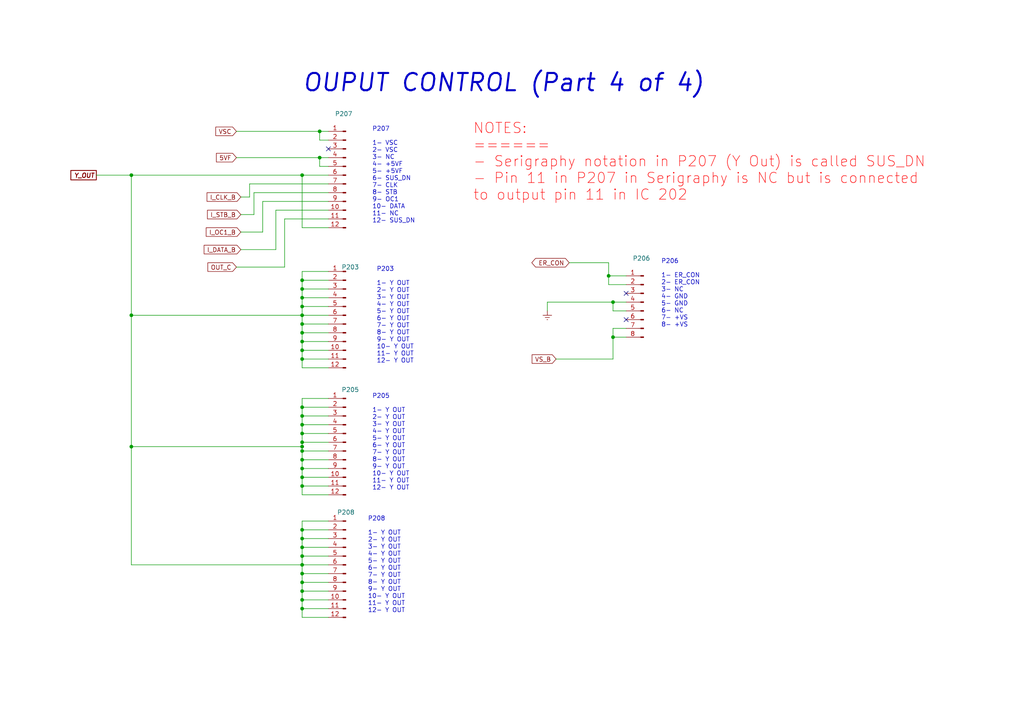
<source format=kicad_sch>
(kicad_sch (version 20231120) (generator "eeschema") (generator_version "8.0")
  (paper "A4")
  (title_block (title "Y BOARD LG PLASMA TV PANEL") (date "2025-03-24") (rev "1.0") (comment 1 "Author: Fábio Pereira da Silva") (comment 2 "Output Control (Part 4 of 4)"))
  (lib_symbols
    (symbol "Connector:Conn_01x08_Pin" (pin_names (offset 1.016) hide)
      (property "Reference" "J" (at 0 10.16 0))
      (property "Value" "Conn_01x08_Pin" (at 0 -12.7 0))
      (symbol "Conn_01x08_Pin_1_1"
        (polyline (pts (xy 1.27 -10.16) (xy 0.8636 -10.16)) (stroke (width 0.1524)))
        (polyline (pts (xy 1.27 -7.62) (xy 0.8636 -7.62)) (stroke (width 0.1524)))
        (polyline (pts (xy 1.27 -5.08) (xy 0.8636 -5.08)) (stroke (width 0.1524)))
        (polyline (pts (xy 1.27 -2.54) (xy 0.8636 -2.54)) (stroke (width 0.1524)))
        (polyline (pts (xy 1.27 0) (xy 0.8636 0)) (stroke (width 0.1524)))
        (polyline (pts (xy 1.27 2.54) (xy 0.8636 2.54)) (stroke (width 0.1524)))
        (polyline (pts (xy 1.27 5.08) (xy 0.8636 5.08)) (stroke (width 0.1524)))
        (polyline (pts (xy 1.27 7.62) (xy 0.8636 7.62)) (stroke (width 0.1524)))
        (rectangle (start 0.8636 -10.033) (end 0 -10.287) (stroke (width 0.1524)) (fill (type outline)))
        (rectangle (start 0.8636 -7.493) (end 0 -7.747) (stroke (width 0.1524)) (fill (type outline)))
        (rectangle (start 0.8636 -4.953) (end 0 -5.207) (stroke (width 0.1524)) (fill (type outline)))
        (rectangle (start 0.8636 -2.413) (end 0 -2.667) (stroke (width 0.1524)) (fill (type outline)))
        (rectangle (start 0.8636 0.127) (end 0 -0.127) (stroke (width 0.1524)) (fill (type outline)))
        (rectangle (start 0.8636 2.667) (end 0 2.413) (stroke (width 0.1524)) (fill (type outline)))
        (rectangle (start 0.8636 5.207) (end 0 4.953) (stroke (width 0.1524)) (fill (type outline)))
        (rectangle (start 0.8636 7.747) (end 0 7.493) (stroke (width 0.1524)) (fill (type outline)))
        (pin passive line (at 5.08 7.62 180) (length 3.81) (name "Pin_1") (number "1"))
        (pin passive line (at 5.08 5.08 180) (length 3.81) (name "Pin_2") (number "2"))
        (pin passive line (at 5.08 2.54 180) (length 3.81) (name "Pin_3") (number "3"))
        (pin passive line (at 5.08 0 180) (length 3.81) (name "Pin_4") (number "4"))
        (pin passive line (at 5.08 -2.54 180) (length 3.81) (name "Pin_5") (number "5"))
        (pin passive line (at 5.08 -5.08 180) (length 3.81) (name "Pin_6") (number "6"))
        (pin passive line (at 5.08 -7.62 180) (length 3.81) (name "Pin_7") (number "7"))
        (pin passive line (at 5.08 -10.16 180) (length 3.81) (name "Pin_8") (number "8"))
      )
    )
    (symbol "Connector:Conn_01x12_Pin" (pin_names (offset 1.016) hide)
      (property "Reference" "J" (at 0 15.24 0))
      (property "Value" "Conn_01x12_Pin" (at 0 -17.78 0))
      (symbol "Conn_01x12_Pin_1_1"
        (polyline (pts (xy 1.27 -15.24) (xy 0.8636 -15.24)) (stroke (width 0.1524)))
        (polyline (pts (xy 1.27 -12.7) (xy 0.8636 -12.7)) (stroke (width 0.1524)))
        (polyline (pts (xy 1.27 -10.16) (xy 0.8636 -10.16)) (stroke (width 0.1524)))
        (polyline (pts (xy 1.27 -7.62) (xy 0.8636 -7.62)) (stroke (width 0.1524)))
        (polyline (pts (xy 1.27 -5.08) (xy 0.8636 -5.08)) (stroke (width 0.1524)))
        (polyline (pts (xy 1.27 -2.54) (xy 0.8636 -2.54)) (stroke (width 0.1524)))
        (polyline (pts (xy 1.27 0) (xy 0.8636 0)) (stroke (width 0.1524)))
        (polyline (pts (xy 1.27 2.54) (xy 0.8636 2.54)) (stroke (width 0.1524)))
        (polyline (pts (xy 1.27 5.08) (xy 0.8636 5.08)) (stroke (width 0.1524)))
        (polyline (pts (xy 1.27 7.62) (xy 0.8636 7.62)) (stroke (width 0.1524)))
        (polyline (pts (xy 1.27 10.16) (xy 0.8636 10.16)) (stroke (width 0.1524)))
        (polyline (pts (xy 1.27 12.7) (xy 0.8636 12.7)) (stroke (width 0.1524)))
        (rectangle (start 0.8636 -15.113) (end 0 -15.367) (stroke (width 0.1524)) (fill (type outline)))
        (rectangle (start 0.8636 -12.573) (end 0 -12.827) (stroke (width 0.1524)) (fill (type outline)))
        (rectangle (start 0.8636 -10.033) (end 0 -10.287) (stroke (width 0.1524)) (fill (type outline)))
        (rectangle (start 0.8636 -7.493) (end 0 -7.747) (stroke (width 0.1524)) (fill (type outline)))
        (rectangle (start 0.8636 -4.953) (end 0 -5.207) (stroke (width 0.1524)) (fill (type outline)))
        (rectangle (start 0.8636 -2.413) (end 0 -2.667) (stroke (width 0.1524)) (fill (type outline)))
        (rectangle (start 0.8636 0.127) (end 0 -0.127) (stroke (width 0.1524)) (fill (type outline)))
        (rectangle (start 0.8636 2.667) (end 0 2.413) (stroke (width 0.1524)) (fill (type outline)))
        (rectangle (start 0.8636 5.207) (end 0 4.953) (stroke (width 0.1524)) (fill (type outline)))
        (rectangle (start 0.8636 7.747) (end 0 7.493) (stroke (width 0.1524)) (fill (type outline)))
        (rectangle (start 0.8636 10.287) (end 0 10.033) (stroke (width 0.1524)) (fill (type outline)))
        (rectangle (start 0.8636 12.827) (end 0 12.573) (stroke (width 0.1524)) (fill (type outline)))
        (pin passive line (at 5.08 12.7 180) (length 3.81) (name "Pin_1") (number "1"))
        (pin passive line (at 5.08 -10.16 180) (length 3.81) (name "Pin_10") (number "10"))
        (pin passive line (at 5.08 -12.7 180) (length 3.81) (name "Pin_11") (number "11"))
        (pin passive line (at 5.08 -15.24 180) (length 3.81) (name "Pin_12") (number "12"))
        (pin passive line (at 5.08 10.16 180) (length 3.81) (name "Pin_2") (number "2"))
        (pin passive line (at 5.08 7.62 180) (length 3.81) (name "Pin_3") (number "3"))
        (pin passive line (at 5.08 5.08 180) (length 3.81) (name "Pin_4") (number "4"))
        (pin passive line (at 5.08 2.54 180) (length 3.81) (name "Pin_5") (number "5"))
        (pin passive line (at 5.08 0 180) (length 3.81) (name "Pin_6") (number "6"))
        (pin passive line (at 5.08 -2.54 180) (length 3.81) (name "Pin_7") (number "7"))
        (pin passive line (at 5.08 -5.08 180) (length 3.81) (name "Pin_8") (number "8"))
        (pin passive line (at 5.08 -7.62 180) (length 3.81) (name "Pin_9") (number "9"))
      )
    )
    (symbol "power:Earth" (power) (pin_numbers hide) (pin_names (offset 0) hide)
      (property "Value" "Earth" (at 0 -3.81 0))
      (symbol "Earth_0_1"
        (polyline (pts (xy -0.635 -1.905) (xy 0.635 -1.905)))
        (polyline (pts (xy -0.127 -2.54) (xy 0.127 -2.54)))
        (polyline (pts (xy 0 -1.27) (xy 0 0)))
        (polyline (pts (xy 1.27 -1.27) (xy -1.27 -1.27)))
      )
      (symbol "Earth_1_1"
        (pin power_in line (at 0 0 270) (length 0) (name "~") (number "1"))
      )
    )
  )
  (junction (at 87.63 99.06))
  (junction (at 87.63 104.14))
  (junction (at 87.63 86.36))
  (junction (at 87.63 140.97))
  (junction (at 87.63 166.37))
  (junction (at 87.63 125.73))
  (junction (at 87.63 96.52))
  (junction (at 87.63 153.67))
  (junction (at 87.63 91.44))
  (junction (at 87.63 156.21))
  (junction (at 87.63 176.53))
  (junction (at 87.63 50.8))
  (junction (at 176.53 80.01))
  (junction (at 87.63 163.83))
  (junction (at 87.63 133.35))
  (junction (at 177.8 87.63))
  (junction (at 87.63 120.65))
  (junction (at 87.63 123.19))
  (junction (at 38.1 129.54))
  (junction (at 87.63 158.75))
  (junction (at 87.63 129.54))
  (junction (at 92.71 45.72))
  (junction (at 87.63 173.99))
  (junction (at 92.71 38.1))
  (junction (at 87.63 130.81))
  (junction (at 87.63 101.6))
  (junction (at 38.1 50.8))
  (junction (at 87.63 128.27))
  (junction (at 87.63 118.11))
  (junction (at 87.63 171.45))
  (junction (at 87.63 83.82))
  (junction (at 177.8 97.79))
  (junction (at 87.63 81.28))
  (junction (at 87.63 161.29))
  (junction (at 87.63 138.43))
  (junction (at 87.63 168.91))
  (junction (at 38.1 91.44))
  (junction (at 87.63 88.9))
  (junction (at 87.63 93.98))
  (junction (at 87.63 135.89))
  (no_connect (at 181.61 92.71))
  (no_connect (at 95.25 43.18))
  (no_connect (at 181.61 85.09))
  (wire (pts (xy 87.63 128.27) (xy 95.25 128.27)))
  (wire (pts (xy 87.63 101.6) (xy 95.25 101.6)))
  (wire (pts (xy 87.63 138.43) (xy 87.63 140.97)))
  (wire (pts (xy 177.8 97.79) (xy 177.8 95.25)))
  (wire (pts (xy 87.63 91.44) (xy 95.25 91.44)))
  (wire (pts (xy 87.63 166.37) (xy 95.25 166.37)))
  (wire (pts (xy 161.29 104.14) (xy 177.8 104.14)))
  (wire (pts (xy 87.63 176.53) (xy 87.63 179.07)))
  (wire (pts (xy 72.39 53.34) (xy 95.25 53.34)))
  (wire (pts (xy 87.63 171.45) (xy 87.63 173.99)))
  (wire (pts (xy 27.94 50.8) (xy 38.1 50.8)))
  (wire (pts (xy 87.63 120.65) (xy 95.25 120.65)))
  (wire (pts (xy 87.63 168.91) (xy 95.25 168.91)))
  (wire (pts (xy 87.63 173.99) (xy 87.63 176.53)))
  (wire (pts (xy 95.25 63.5) (xy 82.55 63.5)))
  (wire (pts (xy 87.63 115.57) (xy 87.63 118.11)))
  (wire (pts (xy 87.63 166.37) (xy 87.63 168.91)))
  (wire (pts (xy 87.63 118.11) (xy 87.63 120.65)))
  (wire (pts (xy 38.1 129.54) (xy 87.63 129.54)))
  (wire (pts (xy 87.63 176.53) (xy 95.25 176.53)))
  (wire (pts (xy 177.8 104.14) (xy 177.8 97.79)))
  (wire (pts (xy 87.63 88.9) (xy 87.63 91.44)))
  (wire (pts (xy 87.63 106.68) (xy 95.25 106.68)))
  (wire (pts (xy 68.58 38.1) (xy 92.71 38.1)))
  (wire (pts (xy 69.85 57.15) (xy 72.39 57.15)))
  (wire (pts (xy 73.66 62.23) (xy 73.66 55.88)))
  (wire (pts (xy 92.71 48.26) (xy 92.71 45.72)))
  (wire (pts (xy 87.63 83.82) (xy 87.63 86.36)))
  (wire (pts (xy 87.63 135.89) (xy 87.63 138.43)))
  (wire (pts (xy 80.01 60.96) (xy 95.25 60.96)))
  (wire (pts (xy 177.8 87.63) (xy 181.61 87.63)))
  (wire (pts (xy 87.63 129.54) (xy 87.63 130.81)))
  (wire (pts (xy 69.85 72.39) (xy 80.01 72.39)))
  (wire (pts (xy 87.63 78.74) (xy 95.25 78.74)))
  (wire (pts (xy 82.55 63.5) (xy 82.55 77.47)))
  (wire (pts (xy 87.63 50.8) (xy 95.25 50.8)))
  (wire (pts (xy 87.63 83.82) (xy 95.25 83.82)))
  (wire (pts (xy 92.71 40.64) (xy 92.71 38.1)))
  (wire (pts (xy 87.63 171.45) (xy 95.25 171.45)))
  (wire (pts (xy 87.63 81.28) (xy 87.63 83.82)))
  (wire (pts (xy 87.63 140.97) (xy 87.63 143.51)))
  (wire (pts (xy 87.63 173.99) (xy 95.25 173.99)))
  (wire (pts (xy 87.63 163.83) (xy 87.63 166.37)))
  (wire (pts (xy 87.63 135.89) (xy 95.25 135.89)))
  (wire (pts (xy 87.63 118.11) (xy 95.25 118.11)))
  (wire (pts (xy 38.1 50.8) (xy 87.63 50.8)))
  (wire (pts (xy 87.63 138.43) (xy 95.25 138.43)))
  (wire (pts (xy 165.1 76.2) (xy 176.53 76.2)))
  (wire (pts (xy 87.63 78.74) (xy 87.63 81.28)))
  (wire (pts (xy 95.25 88.9) (xy 87.63 88.9)))
  (wire (pts (xy 87.63 120.65) (xy 87.63 123.19)))
  (wire (pts (xy 87.63 99.06) (xy 87.63 101.6)))
  (wire (pts (xy 38.1 91.44) (xy 87.63 91.44)))
  (wire (pts (xy 95.25 125.73) (xy 87.63 125.73)))
  (wire (pts (xy 38.1 91.44) (xy 38.1 129.54)))
  (wire (pts (xy 158.75 87.63) (xy 177.8 87.63)))
  (wire (pts (xy 87.63 130.81) (xy 87.63 133.35)))
  (wire (pts (xy 87.63 156.21) (xy 95.25 156.21)))
  (wire (pts (xy 68.58 45.72) (xy 92.71 45.72)))
  (wire (pts (xy 87.63 163.83) (xy 38.1 163.83)))
  (wire (pts (xy 87.63 133.35) (xy 87.63 135.89)))
  (wire (pts (xy 87.63 153.67) (xy 87.63 156.21)))
  (wire (pts (xy 177.8 90.17) (xy 177.8 87.63)))
  (wire (pts (xy 87.63 133.35) (xy 95.25 133.35)))
  (wire (pts (xy 87.63 93.98) (xy 87.63 96.52)))
  (wire (pts (xy 73.66 55.88) (xy 95.25 55.88)))
  (wire (pts (xy 87.63 143.51) (xy 95.25 143.51)))
  (wire (pts (xy 76.2 67.31) (xy 76.2 58.42)))
  (wire (pts (xy 69.85 67.31) (xy 76.2 67.31)))
  (wire (pts (xy 87.63 104.14) (xy 87.63 106.68)))
  (wire (pts (xy 87.63 96.52) (xy 87.63 99.06)))
  (wire (pts (xy 87.63 86.36) (xy 95.25 86.36)))
  (wire (pts (xy 181.61 82.55) (xy 176.53 82.55)))
  (wire (pts (xy 38.1 50.8) (xy 38.1 91.44)))
  (wire (pts (xy 158.75 90.17) (xy 158.75 87.63)))
  (wire (pts (xy 176.53 76.2) (xy 176.53 80.01)))
  (wire (pts (xy 176.53 82.55) (xy 176.53 80.01)))
  (wire (pts (xy 87.63 125.73) (xy 87.63 128.27)))
  (wire (pts (xy 177.8 95.25) (xy 181.61 95.25)))
  (wire (pts (xy 87.63 123.19) (xy 87.63 125.73)))
  (wire (pts (xy 87.63 104.14) (xy 95.25 104.14)))
  (wire (pts (xy 87.63 158.75) (xy 87.63 161.29)))
  (wire (pts (xy 80.01 72.39) (xy 80.01 60.96)))
  (wire (pts (xy 87.63 115.57) (xy 95.25 115.57)))
  (wire (pts (xy 87.63 66.04) (xy 87.63 50.8)))
  (wire (pts (xy 87.63 128.27) (xy 87.63 129.54)))
  (wire (pts (xy 87.63 101.6) (xy 87.63 104.14)))
  (wire (pts (xy 87.63 161.29) (xy 87.63 163.83)))
  (wire (pts (xy 87.63 140.97) (xy 95.25 140.97)))
  (wire (pts (xy 95.25 48.26) (xy 92.71 48.26)))
  (wire (pts (xy 38.1 163.83) (xy 38.1 129.54)))
  (wire (pts (xy 87.63 130.81) (xy 95.25 130.81)))
  (wire (pts (xy 87.63 123.19) (xy 95.25 123.19)))
  (wire (pts (xy 72.39 57.15) (xy 72.39 53.34)))
  (wire (pts (xy 76.2 58.42) (xy 95.25 58.42)))
  (wire (pts (xy 87.63 81.28) (xy 95.25 81.28)))
  (wire (pts (xy 177.8 97.79) (xy 181.61 97.79)))
  (wire (pts (xy 87.63 156.21) (xy 87.63 158.75)))
  (wire (pts (xy 95.25 161.29) (xy 87.63 161.29)))
  (wire (pts (xy 87.63 86.36) (xy 87.63 88.9)))
  (wire (pts (xy 87.63 179.07) (xy 95.25 179.07)))
  (wire (pts (xy 92.71 38.1) (xy 95.25 38.1)))
  (wire (pts (xy 87.63 91.44) (xy 87.63 93.98)))
  (wire (pts (xy 92.71 45.72) (xy 95.25 45.72)))
  (wire (pts (xy 181.61 90.17) (xy 177.8 90.17)))
  (wire (pts (xy 87.63 151.13) (xy 87.63 153.67)))
  (wire (pts (xy 87.63 93.98) (xy 95.25 93.98)))
  (wire (pts (xy 87.63 153.67) (xy 95.25 153.67)))
  (wire (pts (xy 69.85 62.23) (xy 73.66 62.23)))
  (wire (pts (xy 87.63 158.75) (xy 95.25 158.75)))
  (wire (pts (xy 87.63 163.83) (xy 95.25 163.83)))
  (wire (pts (xy 95.25 40.64) (xy 92.71 40.64)))
  (wire (pts (xy 95.25 66.04) (xy 87.63 66.04)))
  (wire (pts (xy 176.53 80.01) (xy 181.61 80.01)))
  (wire (pts (xy 87.63 168.91) (xy 87.63 171.45)))
  (wire (pts (xy 87.63 96.52) (xy 95.25 96.52)))
  (wire (pts (xy 68.58 77.47) (xy 82.55 77.47)))
  (wire (pts (xy 87.63 99.06) (xy 95.25 99.06)))
  (wire (pts (xy 87.63 151.13) (xy 95.25 151.13)))
  (text "P203\n\n1- Y OUT\n2- Y OUT\n3- Y OUT\n4- Y OUT\n5- Y OUT\n6- Y OUT\n7- Y OUT\n8- Y OUT\n9- Y OUT\n10- Y OUT\n11- Y OUT\n12- Y OUT\n" (at 109.22 91.44 0) (effects (font (size 1.27 1.27)) (justify left)))
  (text "P206\n\n1- ER_CON\n2- ER_CON\n3- NC\n4- GND\n5- GND\n6- NC\n7- +VS\n8- +VS" (at 191.77 85.09 0) (effects (font (size 1.27 1.27)) (justify left)))
  (text "P205\n\n1- Y OUT\n2- Y OUT\n3- Y OUT\n4- Y OUT\n5- Y OUT\n6- Y OUT\n7- Y OUT\n8- Y OUT\n9- Y OUT\n10- Y OUT\n11- Y OUT\n12- Y OUT\n" (at 107.95 128.27 0) (effects (font (size 1.27 1.27)) (justify left)))
  (text "NOTES:\n======\n- Serigraphy notation in P207 (Y Out) is called SUS_DN\n- Pin 11 in P207 in Serigraphy is NC but is connected\nto output pin 11 in IC 202" (at 137.16 46.99 0) (effects (font (size 3 3)) (justify left)))
  (text "P208\n\n1- Y OUT\n2- Y OUT\n3- Y OUT\n4- Y OUT\n5- Y OUT\n6- Y OUT\n7- Y OUT\n8- Y OUT\n9- Y OUT\n10- Y OUT\n11- Y OUT\n12- Y OUT\n" (at 106.68 163.83 0) (effects (font (size 1.27 1.27)) (justify left)))
  (text "OUPUT CONTROL (Part 4 of 4)" (at 146.05 24.13 0) (effects (font (size 5 5) (thickness 0.6) (bold yes) (italic yes))))
  (text "P207\n\n1- VSC\n2- VSC\n3- NC\n4- +5VF\n5- +5VF\n6- SUS_DN\n7- CLK\n8- STB\n9- OC1\n10- DATA\n11- NC\n12- SUS_DN\n" (at 107.95 50.8 0) (effects (font (size 1.27 1.27)) (justify left)))
  (global_label "ER_CON" (shape bidirectional) (at 165.1 76.2 180) (property "Intersheetrefs" "${INTERSHEET_REFS}" (effects (hide yes))))
  (global_label "I_OC1_B" (shape input) (at 69.85 67.31 180) (property "Intersheetrefs" "${INTERSHEET_REFS}" (effects (hide yes))))
  (global_label "VSC" (shape input) (at 68.58 38.1 180) (property "Intersheetrefs" "${INTERSHEET_REFS}" (effects (hide yes))))
  (global_label "Y_OUT" (shape passive) (at 27.94 50.8 180) (effects (font (thickness 0.254) (bold yes) (italic yes))) (property "Intersheetrefs" "${INTERSHEET_REFS}" (effects (hide yes))))
  (global_label "I_CLK_B" (shape input) (at 69.85 57.15 180) (property "Intersheetrefs" "${INTERSHEET_REFS}" (effects (hide yes))))
  (global_label "I_STB_B" (shape input) (at 69.85 62.23 180) (property "Intersheetrefs" "${INTERSHEET_REFS}" (effects (hide yes))))
  (global_label "OUT_C" (shape input) (at 68.58 77.47 180) (property "Intersheetrefs" "${INTERSHEET_REFS}" (effects (hide yes))))
  (global_label "5VF" (shape input) (at 68.58 45.72 180) (property "Intersheetrefs" "${INTERSHEET_REFS}" (effects (hide yes))))
  (global_label "I_DATA_B" (shape input) (at 69.85 72.39 180) (property "Intersheetrefs" "${INTERSHEET_REFS}" (effects (hide yes))))
  (global_label "VS_B" (shape input) (at 161.29 104.14 180) (property "Intersheetrefs" "${INTERSHEET_REFS}" (effects (hide yes))))
  (symbol (lib_id "Connector:Conn_01x12_Pin") (at 100.33 50.8 0) (mirror y) (unit 1)
    (property "Reference" "P207" (at 99.695 33.02 0))
    (property "Value" "Conn_01x12_Pin" (effects (hide yes)))
    (property "Description" "Generic connector, single row, 01x12, script generated" (effects (hide yes)))
  )
  (symbol (lib_id "Connector:Conn_01x12_Pin") (at 100.33 128.27 0) (mirror y) (unit 1)
    (property "Reference" "P205" (at 101.6 113.03 0))
    (property "Value" "Conn_01x12_Pin" (effects (hide yes)))
    (property "Description" "Generic connector, single row, 01x12, script generated" (effects (hide yes)))
  )
  (symbol (lib_id "Connector:Conn_01x08_Pin") (at 186.69 87.63 0) (mirror y) (unit 1)
    (property "Reference" "P206" (at 186.055 74.93 0))
    (property "Value" "Conn_01x08_Pin" (effects (hide yes)))
    (property "Description" "Generic connector, single row, 01x08, script generated" (effects (hide yes)))
  )
  (symbol (lib_id "Connector:Conn_01x12_Pin") (at 100.33 163.83 0) (mirror y) (unit 1)
    (property "Reference" "P208" (at 100.33 148.59 0))
    (property "Value" "Conn_01x12_Pin" (effects (hide yes)))
    (property "Description" "Generic connector, single row, 01x12, script generated" (effects (hide yes)))
  )
  (symbol (lib_id "power:Earth") (at 158.75 90.17 0) (unit 1)
    (property "Reference" "#PWR40" (effects (hide yes)))
    (property "Value" "Earth" (effects (hide yes)))
    (property "Description" "Power symbol creates a global label with name \"Earth\"" (effects (hide yes)))
  )
  (symbol (lib_id "Connector:Conn_01x12_Pin") (at 100.33 91.44 0) (mirror y) (unit 1)
    (property "Reference" "P203" (at 101.6 77.47 0))
    (property "Value" "Conn_01x12_Pin" (effects (hide yes)))
    (property "Description" "Generic connector, single row, 01x12, script generated" (effects (hide yes)))
  )
)
</source>
